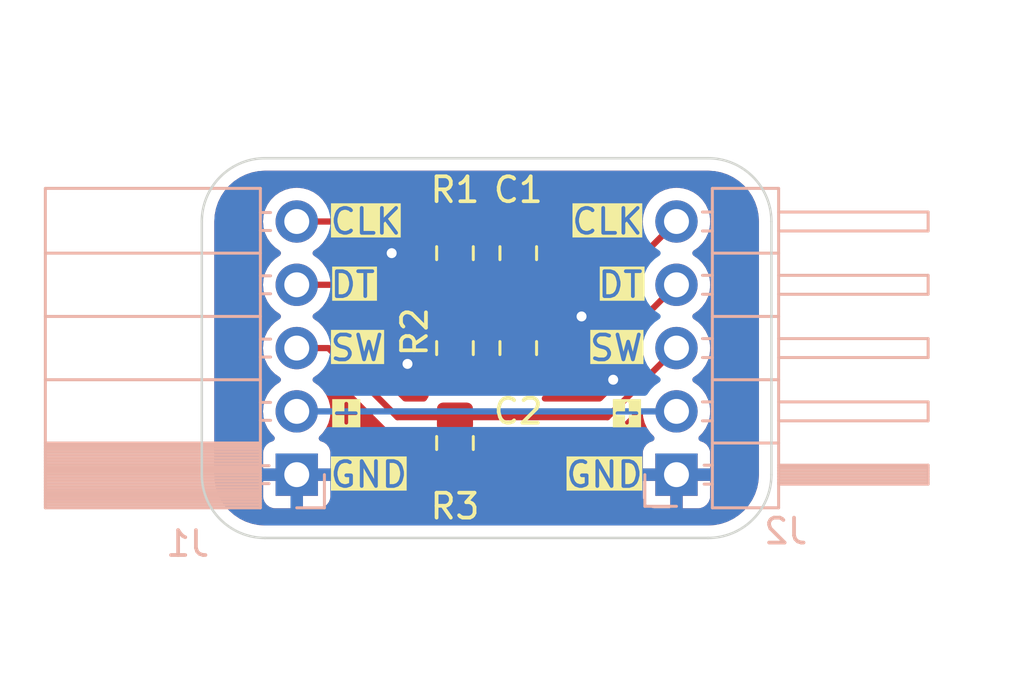
<source format=kicad_pcb>
(kicad_pcb (version 20240108) (generator "pcbnew") (generator_version "8.0")
  (layers (0 "F.Cu" signal) (31 "B.Cu" signal) (34 "B.Paste" user) (35 "F.Paste" user) (36 "B.SilkS" user "B.Silkscreen") (37 "F.SilkS" user "F.Silkscreen") (38 "B.Mask" user) (39 "F.Mask" user) (44 "Edge.Cuts" user))
  (net 0 "")
  (net 1 "GND")
  (net 2 "VCC")
  (net 3 "SW")
  (net 4 "DT")
  (net 5 "CLK")
  (net 6 "DT_OUT")
  (net 7 "CLK_OUT")
  (footprint "Capacitor_SMD:C_0805_2012Metric_Pad1.18x1.45mm_HandSolder" (layer "F.Cu") (at 71.12 60.96 -90)
    (property "Reference" "R3" (at 2.54 0 180) (layer "F.SilkS"))
    (property "Value" "10k")
    (fp_line (start -0.261252 0.735) (end 0.261252 0.735) (stroke (width 0.12)) (layer "F.SilkS"))
    (fp_line (start -0.261252 -0.735) (end 0.261252 -0.735) (stroke (width 0.12)) (layer "F.SilkS"))
    (pad "1" smd roundrect (at -1.0375 0 270) (size 1.175 1.45) (layers "F.Cu" "F.Paste" "F.Mask") (roundrect_rratio 0.2127659574) (net 3 "SW"))
    (pad "2" smd roundrect (at 1.0375 0 270) (size 1.175 1.45) (layers "F.Cu" "F.Paste" "F.Mask") (roundrect_rratio 0.2127659574) (net 1 "GND"))
  )
  (footprint "Capacitor_SMD:C_0805_2012Metric_Pad1.18x1.45mm_HandSolder" (layer "F.Cu") (at 71.12 57.15 -90)
    (property "Reference" "R2" (at -0.65 1.62 270) (layer "F.SilkS"))
    (property "Value" "10k")
    (fp_line (start -0.261252 0.735) (end 0.261252 0.735) (stroke (width 0.12)) (layer "F.SilkS"))
    (fp_line (start -0.261252 -0.735) (end 0.261252 -0.735) (stroke (width 0.12)) (layer "F.SilkS"))
    (pad "1" smd roundrect (at -1.0375 0 270) (size 1.175 1.45) (layers "F.Cu" "F.Paste" "F.Mask") (roundrect_rratio 0.2127659574) (net 4 "DT"))
    (pad "2" smd roundrect (at 1.0375 0 270) (size 1.175 1.45) (layers "F.Cu" "F.Paste" "F.Mask") (roundrect_rratio 0.2127659574) (net 6 "DT_OUT"))
  )
  (footprint "Capacitor_SMD:C_0805_2012Metric_Pad1.18x1.45mm_HandSolder" (layer "F.Cu") (at 73.66 53.34 90)
    (property "Reference" "C1" (at 2.54 0 180) (layer "F.SilkS"))
    (property "Value" "C")
    (fp_line (start -0.261252 -0.735) (end 0.261252 -0.735) (stroke (width 0.12)) (layer "F.SilkS"))
    (fp_line (start -0.261252 0.735) (end 0.261252 0.735) (stroke (width 0.12)) (layer "F.SilkS"))
    (pad "1" smd roundrect (at -1.0375 0 90) (size 1.175 1.45) (layers "F.Cu" "F.Paste" "F.Mask") (roundrect_rratio 0.2127659574) (net 7 "CLK_OUT"))
    (pad "2" smd roundrect (at 1.0375 0 90) (size 1.175 1.45) (layers "F.Cu" "F.Paste" "F.Mask") (roundrect_rratio 0.2127659574) (net 1 "GND"))
  )
  (footprint "Capacitor_SMD:C_0805_2012Metric_Pad1.18x1.45mm_HandSolder" (layer "F.Cu") (at 71.12 53.34 -90)
    (property "Reference" "R1" (at -2.54 0 180) (layer "F.SilkS"))
    (property "Value" "10k")
    (fp_line (start -0.261252 0.735) (end 0.261252 0.735) (stroke (width 0.12)) (layer "F.SilkS"))
    (fp_line (start -0.261252 -0.735) (end 0.261252 -0.735) (stroke (width 0.12)) (layer "F.SilkS"))
    (pad "1" smd roundrect (at -1.0375 0 270) (size 1.175 1.45) (layers "F.Cu" "F.Paste" "F.Mask") (roundrect_rratio 0.2127659574) (net 5 "CLK"))
    (pad "2" smd roundrect (at 1.0375 0 270) (size 1.175 1.45) (layers "F.Cu" "F.Paste" "F.Mask") (roundrect_rratio 0.2127659574) (net 7 "CLK_OUT"))
  )
  (footprint "Capacitor_SMD:C_0805_2012Metric_Pad1.18x1.45mm_HandSolder" (layer "F.Cu") (at 73.66 57.15 90)
    (property "Reference" "C2" (at -2.54 0 180) (layer "F.SilkS"))
    (property "Value" "C")
    (fp_line (start -0.261252 -0.735) (end 0.261252 -0.735) (stroke (width 0.12)) (layer "F.SilkS"))
    (fp_line (start -0.261252 0.735) (end 0.261252 0.735) (stroke (width 0.12)) (layer "F.SilkS"))
    (pad "1" smd roundrect (at -1.0375 0 90) (size 1.175 1.45) (layers "F.Cu" "F.Paste" "F.Mask") (roundrect_rratio 0.2127659574) (net 6 "DT_OUT"))
    (pad "2" smd roundrect (at 1.0375 0 90) (size 1.175 1.45) (layers "F.Cu" "F.Paste" "F.Mask") (roundrect_rratio 0.2127659574) (net 1 "GND"))
  )
  (footprint "Connector_PinSocket_2.54mm:PinSocket_1x05_P2.54mm_Horizontal" (layer "B.Cu") (at 64.77 62.23)
    (property "Reference" "J1" (at -4.38 2.77 0) (layer "B.SilkS") (effects (justify mirror)))
    (property "Value" "Conn_01x05_Socket")
    (fp_line (start -10.09 -11.49) (end -1.46 -11.49) (stroke (width 0.12)) (layer "B.SilkS"))
    (fp_line (start -10.09 -8.89) (end -1.46 -8.89) (stroke (width 0.12)) (layer "B.SilkS"))
    (fp_line (start -10.09 -6.35) (end -1.46 -6.35) (stroke (width 0.12)) (layer "B.SilkS"))
    (fp_line (start -10.09 -3.81) (end -1.46 -3.81) (stroke (width 0.12)) (layer "B.SilkS"))
    (fp_line (start -10.09 -1.27) (end -1.46 -1.27) (stroke (width 0.12)) (layer "B.SilkS"))
    (fp_line (start -10.09 -1.1519) (end -1.46 -1.1519) (stroke (width 0.12)) (layer "B.SilkS"))
    (fp_line (start -10.09 -1.033805) (end -1.46 -1.033805) (stroke (width 0.12)) (layer "B.SilkS"))
    (fp_line (start -10.09 -0.91571) (end -1.46 -0.91571) (stroke (width 0.12)) (layer "B.SilkS"))
    (fp_line (start -10.09 -0.797615) (end -1.46 -0.797615) (stroke (width 0.12)) (layer "B.SilkS"))
    (fp_line (start -10.09 -0.67952) (end -1.46 -0.67952) (stroke (width 0.12)) (layer "B.SilkS"))
    (fp_line (start -10.09 -0.561425) (end -1.46 -0.561425) (stroke (width 0.12)) (layer "B.SilkS"))
    (fp_line (start -10.09 -0.44333) (end -1.46 -0.44333) (stroke (width 0.12)) (layer "B.SilkS"))
    (fp_line (start -10.09 -0.325235) (end -1.46 -0.325235) (stroke (width 0.12)) (layer "B.SilkS"))
    (fp_line (start -10.09 -0.20714) (end -1.46 -0.20714) (stroke (width 0.12)) (layer "B.SilkS"))
    (fp_line (start -10.09 -0.089045) (end -1.46 -0.089045) (stroke (width 0.12)) (layer "B.SilkS"))
    (fp_line (start -10.09 0.02905) (end -1.46 0.02905) (stroke (width 0.12)) (layer "B.SilkS"))
    (fp_line (start -10.09 0.147145) (end -1.46 0.147145) (stroke (width 0.12)) (layer "B.SilkS"))
    (fp_line (start -10.09 0.26524) (end -1.46 0.26524) (stroke (width 0.12)) (layer "B.SilkS"))
    (fp_line (start -10.09 0.383335) (end -1.46 0.383335) (stroke (width 0.12)) (layer "B.SilkS"))
    (fp_line (start -10.09 0.50143) (end -1.46 0.50143) (stroke (width 0.12)) (layer "B.SilkS"))
    (fp_line (start -10.09 0.619525) (end -1.46 0.619525) (stroke (width 0.12)) (layer "B.SilkS"))
    (fp_line (start -10.09 0.73762) (end -1.46 0.73762) (stroke (width 0.12)) (layer "B.SilkS"))
    (fp_line (start -10.09 0.855715) (end -1.46 0.855715) (stroke (width 0.12)) (layer "B.SilkS"))
    (fp_line (start -10.09 0.97381) (end -1.46 0.97381) (stroke (width 0.12)) (layer "B.SilkS"))
    (fp_line (start -10.09 1.091905) (end -1.46 1.091905) (stroke (width 0.12)) (layer "B.SilkS"))
    (fp_line (start -10.09 1.21) (end -1.46 1.21) (stroke (width 0.12)) (layer "B.SilkS"))
    (fp_line (start -10.09 1.33) (end -10.09 -11.49) (stroke (width 0.12)) (layer "B.SilkS"))
    (fp_line (start -10.09 1.33) (end -1.46 1.33) (stroke (width 0.12)) (layer "B.SilkS"))
    (fp_line (start -1.46 -10.52) (end -1.05 -10.52) (stroke (width 0.12)) (layer "B.SilkS"))
    (fp_line (start -1.46 -9.8) (end -1.05 -9.8) (stroke (width 0.12)) (layer "B.SilkS"))
    (fp_line (start -1.46 -7.98) (end -1.05 -7.98) (stroke (width 0.12)) (layer "B.SilkS"))
    (fp_line (start -1.46 -7.26) (end -1.05 -7.26) (stroke (width 0.12)) (layer "B.SilkS"))
    (fp_line (start -1.46 -5.44) (end -1.05 -5.44) (stroke (width 0.12)) (layer "B.SilkS"))
    (fp_line (start -1.46 -4.72) (end -1.05 -4.72) (stroke (width 0.12)) (layer "B.SilkS"))
    (fp_line (start -1.46 -2.9) (end -1.05 -2.9) (stroke (width 0.12)) (layer "B.SilkS"))
    (fp_line (start -1.46 -2.18) (end -1.05 -2.18) (stroke (width 0.12)) (layer "B.SilkS"))
    (fp_line (start -1.46 -0.36) (end -1.11 -0.36) (stroke (width 0.12)) (layer "B.SilkS"))
    (fp_line (start -1.46 0.36) (end -1.11 0.36) (stroke (width 0.12)) (layer "B.SilkS"))
    (fp_line (start -1.46 1.33) (end -1.46 -11.49) (stroke (width 0.12)) (layer "B.SilkS"))
    (fp_line (start 0 1.33) (end 1.11 1.33) (stroke (width 0.12)) (layer "B.SilkS"))
    (fp_line (start 1.11 1.33) (end 1.11 0) (stroke (width 0.12)) (layer "B.SilkS"))
    (pad "1" thru_hole rect (at 0 0) (size 1.7 1.7) (drill 1) (layers "*.Cu" "*.Mask") (net 1 "GND"))
    (pad "2" thru_hole oval (at 0 -2.54) (size 1.7 1.7) (drill 1) (layers "*.Cu" "*.Mask") (net 2 "VCC"))
    (pad "3" thru_hole oval (at 0 -5.08) (size 1.7 1.7) (drill 1) (layers "*.Cu" "*.Mask") (net 3 "SW"))
    (pad "4" thru_hole oval (at 0 -7.62) (size 1.7 1.7) (drill 1) (layers "*.Cu" "*.Mask") (net 4 "DT"))
    (pad "5" thru_hole oval (at 0 -10.16) (size 1.7 1.7) (drill 1) (layers "*.Cu" "*.Mask") (net 5 "CLK"))
  )
  (footprint "Connector_PinHeader_2.54mm:PinHeader_1x05_P2.54mm_Horizontal" (layer "B.Cu") (at 80.01 62.23)
    (property "Reference" "J2" (at 4.385 2.27 0) (layer "B.SilkS") (effects (justify mirror)))
    (property "Value" "Conn_01x05_Pin")
    (fp_line (start -1.27 0) (end -1.27 1.27) (stroke (width 0.12)) (layer "B.SilkS"))
    (fp_line (start -1.27 1.27) (end 0 1.27) (stroke (width 0.12)) (layer "B.SilkS"))
    (fp_line (start 1.042929 -10.54) (end 1.44 -10.54) (stroke (width 0.12)) (layer "B.SilkS"))
    (fp_line (start 1.042929 -9.78) (end 1.44 -9.78) (stroke (width 0.12)) (layer "B.SilkS"))
    (fp_line (start 1.042929 -8) (end 1.44 -8) (stroke (width 0.12)) (layer "B.SilkS"))
    (fp_line (start 1.042929 -7.24) (end 1.44 -7.24) (stroke (width 0.12)) (layer "B.SilkS"))
    (fp_line (start 1.042929 -5.46) (end 1.44 -5.46) (stroke (width 0.12)) (layer "B.SilkS"))
    (fp_line (start 1.042929 -4.7) (end 1.44 -4.7) (stroke (width 0.12)) (layer "B.SilkS"))
    (fp_line (start 1.042929 -2.92) (end 1.44 -2.92) (stroke (width 0.12)) (layer "B.SilkS"))
    (fp_line (start 1.042929 -2.16) (end 1.44 -2.16) (stroke (width 0.12)) (layer "B.SilkS"))
    (fp_line (start 1.11 -0.38) (end 1.44 -0.38) (stroke (width 0.12)) (layer "B.SilkS"))
    (fp_line (start 1.11 0.38) (end 1.44 0.38) (stroke (width 0.12)) (layer "B.SilkS"))
    (fp_line (start 1.44 -11.49) (end 4.1 -11.49) (stroke (width 0.12)) (layer "B.SilkS"))
    (fp_line (start 1.44 -8.89) (end 4.1 -8.89) (stroke (width 0.12)) (layer "B.SilkS"))
    (fp_line (start 1.44 -6.35) (end 4.1 -6.35) (stroke (width 0.12)) (layer "B.SilkS"))
    (fp_line (start 1.44 -3.81) (end 4.1 -3.81) (stroke (width 0.12)) (layer "B.SilkS"))
    (fp_line (start 1.44 -1.27) (end 4.1 -1.27) (stroke (width 0.12)) (layer "B.SilkS"))
    (fp_line (start 1.44 1.33) (end 1.44 -11.49) (stroke (width 0.12)) (layer "B.SilkS"))
    (fp_line (start 4.1 -11.49) (end 4.1 1.33) (stroke (width 0.12)) (layer "B.SilkS"))
    (fp_line (start 4.1 -9.78) (end 10.1 -9.78) (stroke (width 0.12)) (layer "B.SilkS"))
    (fp_line (start 4.1 -7.24) (end 10.1 -7.24) (stroke (width 0.12)) (layer "B.SilkS"))
    (fp_line (start 4.1 -4.7) (end 10.1 -4.7) (stroke (width 0.12)) (layer "B.SilkS"))
    (fp_line (start 4.1 -2.16) (end 10.1 -2.16) (stroke (width 0.12)) (layer "B.SilkS"))
    (fp_line (start 4.1 -0.28) (end 10.1 -0.28) (stroke (width 0.12)) (layer "B.SilkS"))
    (fp_line (start 4.1 -0.16) (end 10.1 -0.16) (stroke (width 0.12)) (layer "B.SilkS"))
    (fp_line (start 4.1 -0.04) (end 10.1 -0.04) (stroke (width 0.12)) (layer "B.SilkS"))
    (fp_line (start 4.1 0.08) (end 10.1 0.08) (stroke (width 0.12)) (layer "B.SilkS"))
    (fp_line (start 4.1 0.2) (end 10.1 0.2) (stroke (width 0.12)) (layer "B.SilkS"))
    (fp_line (start 4.1 0.32) (end 10.1 0.32) (stroke (width 0.12)) (layer "B.SilkS"))
    (fp_line (start 4.1 0.38) (end 10.1 0.38) (stroke (width 0.12)) (layer "B.SilkS"))
    (fp_line (start 4.1 1.33) (end 1.44 1.33) (stroke (width 0.12)) (layer "B.SilkS"))
    (fp_line (start 10.1 -10.54) (end 4.1 -10.54) (stroke (width 0.12)) (layer "B.SilkS"))
    (fp_line (start 10.1 -9.78) (end 10.1 -10.54) (stroke (width 0.12)) (layer "B.SilkS"))
    (fp_line (start 10.1 -8) (end 4.1 -8) (stroke (width 0.12)) (layer "B.SilkS"))
    (fp_line (start 10.1 -7.24) (end 10.1 -8) (stroke (width 0.12)) (layer "B.SilkS"))
    (fp_line (start 10.1 -5.46) (end 4.1 -5.46) (stroke (width 0.12)) (layer "B.SilkS"))
    (fp_line (start 10.1 -4.7) (end 10.1 -5.46) (stroke (width 0.12)) (layer "B.SilkS"))
    (fp_line (start 10.1 -2.92) (end 4.1 -2.92) (stroke (width 0.12)) (layer "B.SilkS"))
    (fp_line (start 10.1 -2.16) (end 10.1 -2.92) (stroke (width 0.12)) (layer "B.SilkS"))
    (fp_line (start 10.1 -0.38) (end 4.1 -0.38) (stroke (width 0.12)) (layer "B.SilkS"))
    (fp_line (start 10.1 0.38) (end 10.1 -0.38) (stroke (width 0.12)) (layer "B.SilkS"))
    (pad "1" thru_hole rect (at 0 0) (size 1.7 1.7) (drill 1) (layers "*.Cu" "*.Mask") (net 1 "GND"))
    (pad "2" thru_hole oval (at 0 -2.54) (size 1.7 1.7) (drill 1) (layers "*.Cu" "*.Mask") (net 2 "VCC"))
    (pad "3" thru_hole oval (at 0 -5.08) (size 1.7 1.7) (drill 1) (layers "*.Cu" "*.Mask") (net 3 "SW"))
    (pad "4" thru_hole oval (at 0 -7.62) (size 1.7 1.7) (drill 1) (layers "*.Cu" "*.Mask") (net 6 "DT_OUT"))
    (pad "5" thru_hole oval (at 0 -10.16) (size 1.7 1.7) (drill 1) (layers "*.Cu" "*.Mask") (net 7 "CLK_OUT"))
  )
  (gr_arc (start 83.82 62.23) (mid 83.076051 64.026051) (end 81.28 64.77) (stroke (width 0.1)) (layer "Edge.Cuts"))
  (gr_arc (start 81.28 49.53) (mid 83.076051 50.273949) (end 83.82 52.07) (stroke (width 0.1)) (layer "Edge.Cuts"))
  (gr_line (start 63.5 49.53) (end 81.28 49.53) (stroke (width 0.1)) (layer "Edge.Cuts"))
  (gr_line (start 81.28 64.77) (end 63.5 64.77) (stroke (width 0.1)) (layer "Edge.Cuts"))
  (gr_arc (start 60.96 52.07) (mid 61.703949 50.273949) (end 63.5 49.53) (stroke (width 0.1)) (layer "Edge.Cuts"))
  (gr_line (start 60.96 62.23) (end 60.96 52.07) (stroke (width 0.1)) (layer "Edge.Cuts"))
  (gr_line (start 83.82 52.07) (end 83.82 62.23) (stroke (width 0.1)) (layer "Edge.Cuts"))
  (gr_arc (start 63.5 64.77) (mid 61.703949 64.026051) (end 60.96 62.23) (stroke (width 0.1)) (layer "Edge.Cuts"))
  (gr_text "CLK" (at 78.74 52.07 0) (layer "F.SilkS" knockout) (effects (font (size 1 1)) (justify right)))
  (gr_text "+" (at 66.04 59.69 0) (layer "F.SilkS" knockout) (effects (font (size 1 1)) (justify left)))
  (gr_text "DT" (at 78.74 54.61 0) (layer "F.SilkS" knockout) (effects (font (size 1 1)) (justify right)))
  (gr_text "+" (at 78.74 59.69 0) (layer "F.SilkS" knockout) (effects (font (size 1 1)) (justify right)))
  (gr_text "SW" (at 78.74 57.15 0) (layer "F.SilkS" knockout) (effects (font (size 1 1)) (justify right)))
  (gr_text "GND" (at 66.04 62.23 0) (layer "F.SilkS" knockout) (effects (font (size 1 1)) (justify left)))
  (gr_text "CLK" (at 66.04 52.07 0) (layer "F.SilkS" knockout) (effects (font (size 1 1)) (justify left)))
  (gr_text "SW" (at 66.04 57.15 0) (layer "F.SilkS" knockout) (effects (font (size 1 1)) (justify left)))
  (gr_text "GND" (at 78.74 62.23 0) (layer "F.SilkS" knockout) (effects (font (size 1 1)) (justify right)))
  (gr_text "DT" (at 66.04 54.61 0) (layer "F.SilkS" knockout) (effects (font (size 1 1)) (justify left)))
  (via (at 69.215 57.785) (size 0.8) (drill 0.4) (layers "F.Cu" "B.Cu") (net 1))
  (via (at 76.2 55.88) (size 0.8) (drill 0.4) (layers "F.Cu" "B.Cu") (net 1))
  (via (at 77.47 58.42) (size 0.8) (drill 0.4) (layers "F.Cu" "B.Cu") (net 1))
  (via (at 68.58 53.34) (size 0.8) (drill 0.4) (layers "F.Cu" "B.Cu") (net 1))
  (segment (start 64.77 59.69) (end 80.01 59.69) (width 0.25) (layer "B.Cu") (net 2))
  (segment (start 71.12 59.9225) (end 77.2375 59.9225) (width 0.25) (layer "F.Cu") (net 3))
  (segment (start 68.8125 59.9225) (end 71.12 59.9225) (width 0.25) (layer "F.Cu") (net 3))
  (segment (start 77.2375 59.9225) (end 80.01 57.15) (width 0.25) (layer "F.Cu") (net 3))
  (segment (start 66.04 57.15) (end 68.8125 59.9225) (width 0.25) (layer "F.Cu") (net 3))
  (segment (start 64.77 57.15) (end 66.04 57.15) (width 0.25) (layer "F.Cu") (net 3))
  (segment (start 67.19375 54.61) (end 68.69625 56.1125) (width 0.25) (layer "F.Cu") (net 4))
  (segment (start 64.77 54.61) (end 67.19375 54.61) (width 0.25) (layer "F.Cu") (net 4))
  (segment (start 68.69625 56.1125) (end 71.12 56.1125) (width 0.25) (layer "F.Cu") (net 4))
  (segment (start 70.8875 52.07) (end 71.12 52.3025) (width 0.25) (layer "F.Cu") (net 5))
  (segment (start 64.77 52.07) (end 70.8875 52.07) (width 0.25) (layer "F.Cu") (net 5))
  (segment (start 76.4325 58.1875) (end 80.01 54.61) (width 0.25) (layer "F.Cu") (net 6))
  (segment (start 71.12 58.1875) (end 73.66 58.1875) (width 0.25) (layer "F.Cu") (net 6))
  (segment (start 73.66 58.1875) (end 76.4325 58.1875) (width 0.25) (layer "F.Cu") (net 6))
  (segment (start 77.7025 54.3775) (end 80.01 52.07) (width 0.25) (layer "F.Cu") (net 7))
  (segment (start 71.12 54.3775) (end 73.66 54.3775) (width 0.25) (layer "F.Cu") (net 7))
  (segment (start 73.66 54.3775) (end 77.7025 54.3775) (width 0.25) (layer "F.Cu") (net 7))
  (zone (net 1) (net_name "GND") (layers "F&B.Cu") (connect_pads (clearance 0.5)) (min_thickness 0.25) (fill yes (thermal_gap 0.5) (thermal_bridge_width 0.5) (smoothing fillet) (radius 3))
    (polygon (pts (xy 55.88 43.18) (xy 93.98 43.18) (xy 93.98 71.12) (xy 55.88 71.12)))
  )
)
</source>
